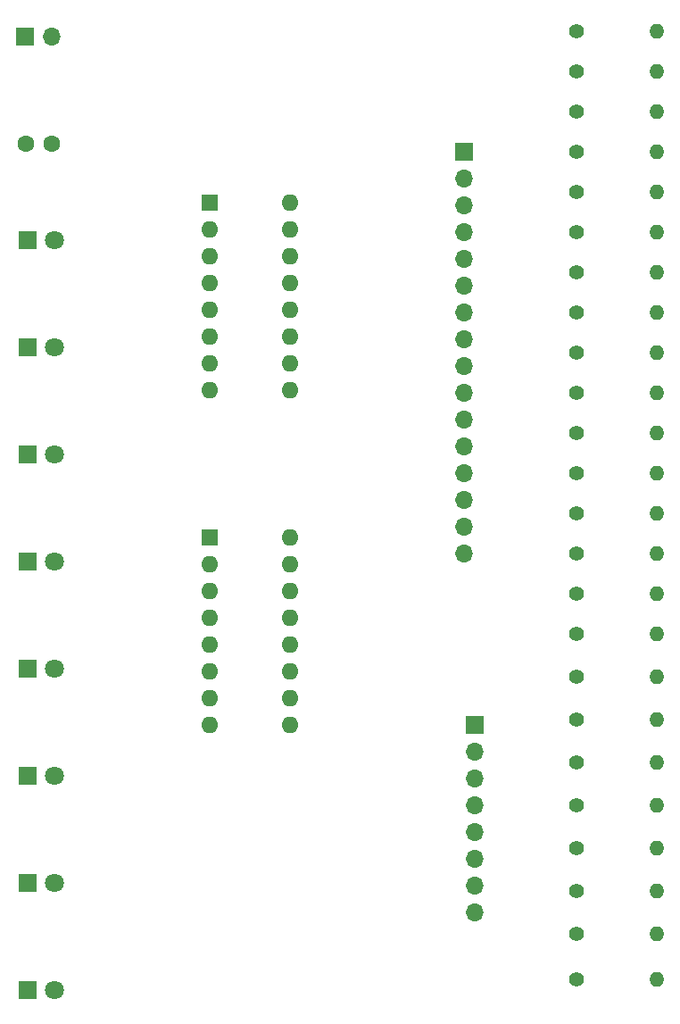
<source format=gbr>
%TF.GenerationSoftware,KiCad,Pcbnew,(5.1.12)-1*%
%TF.CreationDate,2022-08-27T08:41:52-05:00*%
%TF.ProjectId,LeProbe,4c655072-6f62-4652-9e6b-696361645f70,rev?*%
%TF.SameCoordinates,Original*%
%TF.FileFunction,Soldermask,Top*%
%TF.FilePolarity,Negative*%
%FSLAX46Y46*%
G04 Gerber Fmt 4.6, Leading zero omitted, Abs format (unit mm)*
G04 Created by KiCad (PCBNEW (5.1.12)-1) date 2022-08-27 08:41:52*
%MOMM*%
%LPD*%
G01*
G04 APERTURE LIST*
%ADD10C,1.600000*%
%ADD11C,1.800000*%
%ADD12R,1.800000X1.800000*%
%ADD13R,1.700000X1.700000*%
%ADD14O,1.700000X1.700000*%
%ADD15C,1.400000*%
%ADD16O,1.400000X1.400000*%
%ADD17O,1.600000X1.600000*%
%ADD18R,1.600000X1.600000*%
G04 APERTURE END LIST*
D10*
%TO.C,C1*%
X87376000Y-45466000D03*
X84876000Y-45466000D03*
%TD*%
D11*
%TO.C,D8*%
X87630000Y-125730000D03*
D12*
X85090000Y-125730000D03*
%TD*%
D11*
%TO.C,D7*%
X87630000Y-115570000D03*
D12*
X85090000Y-115570000D03*
%TD*%
%TO.C,D6*%
X85090000Y-105410000D03*
D11*
X87630000Y-105410000D03*
%TD*%
D12*
%TO.C,D5*%
X85090000Y-95250000D03*
D11*
X87630000Y-95250000D03*
%TD*%
%TO.C,D4*%
X87630000Y-85090000D03*
D12*
X85090000Y-85090000D03*
%TD*%
%TO.C,D3*%
X85090000Y-74930000D03*
D11*
X87630000Y-74930000D03*
%TD*%
%TO.C,D2*%
X87630000Y-64770000D03*
D12*
X85090000Y-64770000D03*
%TD*%
%TO.C,D1*%
X85090000Y-54610000D03*
D11*
X87630000Y-54610000D03*
%TD*%
D13*
%TO.C,J1*%
X84836000Y-35306000D03*
D14*
X87376000Y-35306000D03*
%TD*%
D13*
%TO.C,J2*%
X126492000Y-46228000D03*
D14*
X126492000Y-48768000D03*
X126492000Y-51308000D03*
X126492000Y-53848000D03*
X126492000Y-56388000D03*
X126492000Y-58928000D03*
X126492000Y-61468000D03*
X126492000Y-64008000D03*
X126492000Y-66548000D03*
X126492000Y-69088000D03*
X126492000Y-71628000D03*
X126492000Y-74168000D03*
X126492000Y-76708000D03*
X126492000Y-79248000D03*
X126492000Y-81788000D03*
X126492000Y-84328000D03*
%TD*%
D13*
%TO.C,J3*%
X127508000Y-100584000D03*
D14*
X127508000Y-103124000D03*
X127508000Y-105664000D03*
X127508000Y-108204000D03*
X127508000Y-110744000D03*
X127508000Y-113284000D03*
X127508000Y-115824000D03*
X127508000Y-118364000D03*
%TD*%
D15*
%TO.C,R1*%
X137160000Y-34798000D03*
D16*
X144780000Y-34798000D03*
%TD*%
%TO.C,R2*%
X144780000Y-38608000D03*
D15*
X137160000Y-38608000D03*
%TD*%
%TO.C,R3*%
X137160000Y-42418000D03*
D16*
X144780000Y-42418000D03*
%TD*%
%TO.C,R4*%
X144780000Y-46228000D03*
D15*
X137160000Y-46228000D03*
%TD*%
%TO.C,R5*%
X137160000Y-50038000D03*
D16*
X144780000Y-50038000D03*
%TD*%
%TO.C,R6*%
X144780000Y-53848000D03*
D15*
X137160000Y-53848000D03*
%TD*%
%TO.C,R7*%
X137160000Y-57658000D03*
D16*
X144780000Y-57658000D03*
%TD*%
%TO.C,R8*%
X144780000Y-61468000D03*
D15*
X137160000Y-61468000D03*
%TD*%
%TO.C,R9*%
X137160000Y-65278000D03*
D16*
X144780000Y-65278000D03*
%TD*%
%TO.C,R10*%
X144780000Y-69088000D03*
D15*
X137160000Y-69088000D03*
%TD*%
%TO.C,R11*%
X137160000Y-72898000D03*
D16*
X144780000Y-72898000D03*
%TD*%
%TO.C,R12*%
X144780000Y-76708000D03*
D15*
X137160000Y-76708000D03*
%TD*%
%TO.C,R13*%
X137160000Y-80518000D03*
D16*
X144780000Y-80518000D03*
%TD*%
%TO.C,R14*%
X144780000Y-84328000D03*
D15*
X137160000Y-84328000D03*
%TD*%
%TO.C,R15*%
X137160000Y-88138000D03*
D16*
X144780000Y-88138000D03*
%TD*%
%TO.C,R16*%
X144780000Y-91948000D03*
D15*
X137160000Y-91948000D03*
%TD*%
D16*
%TO.C,R17*%
X144780000Y-124714000D03*
D15*
X137160000Y-124714000D03*
%TD*%
D16*
%TO.C,R18*%
X144780000Y-120396000D03*
D15*
X137160000Y-120396000D03*
%TD*%
%TO.C,R19*%
X137160000Y-116332000D03*
D16*
X144780000Y-116332000D03*
%TD*%
%TO.C,R20*%
X144780000Y-112268000D03*
D15*
X137160000Y-112268000D03*
%TD*%
%TO.C,R21*%
X137160000Y-108204000D03*
D16*
X144780000Y-108204000D03*
%TD*%
%TO.C,R22*%
X144780000Y-104140000D03*
D15*
X137160000Y-104140000D03*
%TD*%
%TO.C,R23*%
X137160000Y-100076000D03*
D16*
X144780000Y-100076000D03*
%TD*%
D15*
%TO.C,R24*%
X137160000Y-96012000D03*
D16*
X144780000Y-96012000D03*
%TD*%
D17*
%TO.C,SW1*%
X109982000Y-51054000D03*
X102362000Y-68834000D03*
X109982000Y-53594000D03*
X102362000Y-66294000D03*
X109982000Y-56134000D03*
X102362000Y-63754000D03*
X109982000Y-58674000D03*
X102362000Y-61214000D03*
X109982000Y-61214000D03*
X102362000Y-58674000D03*
X109982000Y-63754000D03*
X102362000Y-56134000D03*
X109982000Y-66294000D03*
X102362000Y-53594000D03*
X109982000Y-68834000D03*
D18*
X102362000Y-51054000D03*
%TD*%
%TO.C,SW2*%
X102362000Y-82804000D03*
D17*
X109982000Y-100584000D03*
X102362000Y-85344000D03*
X109982000Y-98044000D03*
X102362000Y-87884000D03*
X109982000Y-95504000D03*
X102362000Y-90424000D03*
X109982000Y-92964000D03*
X102362000Y-92964000D03*
X109982000Y-90424000D03*
X102362000Y-95504000D03*
X109982000Y-87884000D03*
X102362000Y-98044000D03*
X109982000Y-85344000D03*
X102362000Y-100584000D03*
X109982000Y-82804000D03*
%TD*%
M02*

</source>
